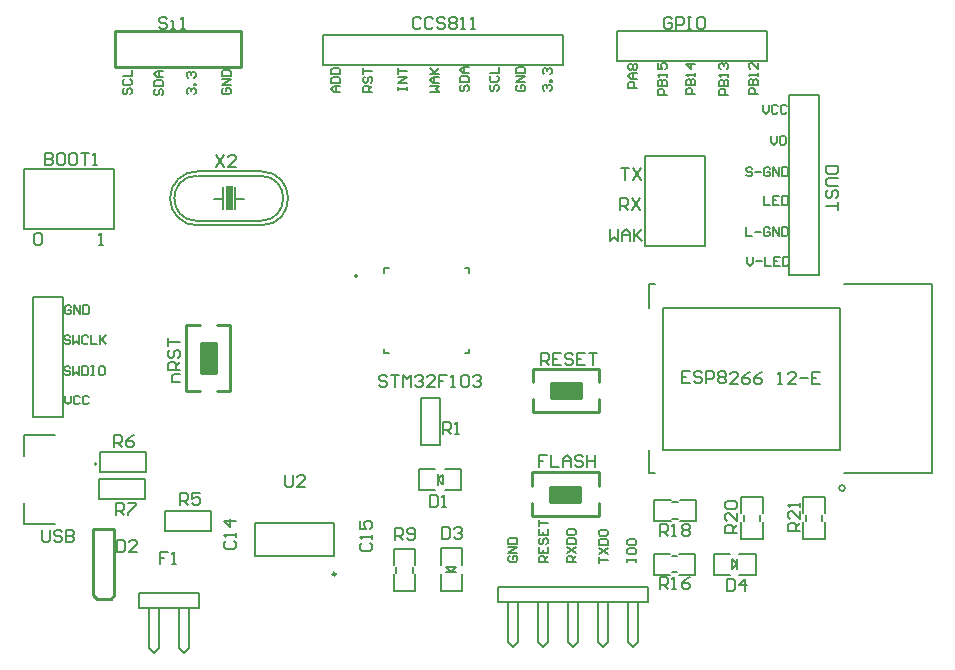
<source format=gto>
G04*
G04 #@! TF.GenerationSoftware,Altium Limited,Altium Designer,18.1.6 (161)*
G04*
G04 Layer_Color=65535*
%FSLAX25Y25*%
%MOIN*%
G70*
G01*
G75*
%ADD10C,0.00787*%
%ADD11C,0.00700*%
%ADD12C,0.00500*%
%ADD13C,0.00984*%
%ADD14C,0.01000*%
%ADD15C,0.00600*%
%ADD16R,0.10000X0.05000*%
%ADD17R,0.05000X0.10000*%
G36*
X71936Y139266D02*
Y131366D01*
X69636D01*
Y139266D01*
X71936D01*
D02*
G37*
D10*
X26579Y46681D02*
G03*
X26579Y46681I-394J0D01*
G01*
X113602Y109350D02*
G03*
X113602Y109350I-591J0D01*
G01*
X269162Y30299D02*
Y35582D01*
X262062D02*
X269162D01*
X262062Y30299D02*
Y35582D01*
Y21802D02*
Y27248D01*
X269162Y21802D02*
Y27248D01*
X262062Y21802D02*
X269162D01*
X248574Y30299D02*
Y35582D01*
X241474D02*
X248574D01*
X241474Y30299D02*
Y35582D01*
Y21802D02*
Y27248D01*
X248574Y21802D02*
Y27248D01*
X241474Y21802D02*
X248574D01*
X141142Y53148D02*
Y68548D01*
X134642D02*
X141142D01*
X134542Y53148D02*
X141142D01*
X134542D02*
Y68548D01*
X49178Y30924D02*
X64578D01*
X49178Y24424D02*
Y30924D01*
X64578Y24324D02*
Y30924D01*
X49178Y24324D02*
X64578D01*
X27282Y41614D02*
X42682D01*
X27282Y35114D02*
Y41614D01*
X42682Y35014D02*
Y41614D01*
X27282Y35014D02*
X42682D01*
X27528Y44004D02*
X42928D01*
Y50604D01*
X27528Y44104D02*
Y50604D01*
X42928D01*
X220948Y27654D02*
X226230D01*
Y34754D01*
X220948D02*
X226230D01*
X212451D02*
X217896D01*
X212451Y27654D02*
X217896D01*
X212451D02*
Y34754D01*
X212372Y16810D02*
X217654D01*
X212372Y9710D02*
Y16810D01*
Y9710D02*
X217654D01*
X220706D02*
X226151D01*
X220706Y16810D02*
X226151D01*
Y9710D02*
Y16810D01*
X246294Y9738D02*
Y16738D01*
X232194Y9738D02*
Y16738D01*
X240802Y9738D02*
X246294D01*
X232194D02*
X237750D01*
X232194Y16738D02*
X237750D01*
X240802D02*
X246294D01*
X209272Y119280D02*
Y138446D01*
Y119280D02*
Y149279D01*
X229272Y119280D02*
Y149279D01*
X209272D02*
X229272D01*
X209272Y119280D02*
X229272D01*
X210295Y630D02*
Y5630D01*
X160295Y630D02*
X210295D01*
X160295D02*
Y5630D01*
X163629Y-12703D02*
Y630D01*
Y-12703D02*
X165295Y-14370D01*
X166962Y-12703D01*
Y630D01*
X173629Y-12703D02*
Y630D01*
Y-12703D02*
X175295Y-14370D01*
X176962Y-12703D01*
Y630D01*
X183629Y-12703D02*
Y630D01*
Y-12703D02*
X185295Y-14370D01*
X186962Y-12703D01*
Y630D01*
X193629Y-12703D02*
Y630D01*
Y-12703D02*
X195295Y-14370D01*
X196962Y-12703D01*
Y630D01*
X203629Y-12703D02*
Y630D01*
Y-12703D02*
X205295Y-14370D01*
X206962Y-12703D01*
Y630D01*
X160295Y5630D02*
X210295D01*
X40610Y-1240D02*
X60610D01*
Y3760D01*
X40610Y-1240D02*
Y3760D01*
X60610D01*
X43944Y-14573D02*
Y-1240D01*
Y-14573D02*
X45610Y-16240D01*
X47277Y-14573D01*
X47277Y-14573D02*
Y-1240D01*
X53944Y-14573D02*
Y-1240D01*
Y-14573D02*
X55610Y-16240D01*
X57277Y-14573D01*
Y-1240D01*
X125637Y4528D02*
X132737D01*
Y9973D01*
X125637Y4528D02*
Y9973D01*
Y13024D02*
Y18307D01*
X132737D01*
Y13024D02*
Y18307D01*
X148185Y4528D02*
Y10020D01*
Y13072D02*
Y18628D01*
X141185Y13072D02*
Y18628D01*
Y4528D02*
Y10020D01*
Y18628D02*
X148185D01*
X141185Y4528D02*
X148185D01*
X133986Y38116D02*
X139479D01*
X142530D02*
X148086D01*
X142530Y45116D02*
X148086D01*
X133986D02*
X139479D01*
X148086Y38116D02*
Y45116D01*
X133986Y38116D02*
Y45116D01*
X5177Y62499D02*
X15177D01*
X5177D02*
Y102499D01*
X15177Y62499D02*
Y102499D01*
X5177D02*
X15177D01*
X79339Y15945D02*
Y26969D01*
X105717Y15945D02*
Y26969D01*
X79339D02*
X105717D01*
X79339Y15945D02*
X105717D01*
X2302Y144998D02*
X32302D01*
Y124997D02*
Y144998D01*
X2302Y124997D02*
X32302D01*
X2302D02*
Y144998D01*
X267412Y109864D02*
Y169864D01*
X257412Y109864D02*
Y169864D01*
Y109864D02*
X267412D01*
X257412Y169864D02*
X267412D01*
X249864Y180890D02*
Y190890D01*
X199864Y180890D02*
X249864D01*
X199864Y190890D02*
X249864D01*
X199864Y180890D02*
Y190890D01*
X102020Y179831D02*
Y189831D01*
X182020D01*
Y179831D02*
Y189831D01*
X102020Y179831D02*
X182020D01*
D11*
X59886Y142766D02*
G03*
X59959Y127766I50J-7500D01*
G01*
X81259D02*
G03*
X81186Y142766I-50J7500D01*
G01*
X60289Y144267D02*
G03*
X60284Y126277I-303J-8995D01*
G01*
X81377Y126266D02*
G03*
X81289Y144266I-59J9000D01*
G01*
X268301Y27808D02*
Y29608D01*
X262901Y27808D02*
Y29608D01*
X247713Y27808D02*
Y29608D01*
X242313Y27808D02*
Y29608D01*
X218457Y28515D02*
X220257D01*
X218457Y33915D02*
X220257D01*
X218345Y15950D02*
X220145D01*
X218345Y10550D02*
X220145D01*
X60089Y127766D02*
X81089D01*
X60189Y142766D02*
X81189D01*
X60284Y126266D02*
X81377D01*
X60289Y144267D02*
X81289D01*
X72786Y131566D02*
Y139066D01*
Y135166D02*
X75786D01*
X68686Y131666D02*
Y139066D01*
X65586Y135166D02*
X68686D01*
X126476Y10534D02*
Y12334D01*
X131876Y10534D02*
Y12334D01*
X201251Y145487D02*
X203917D01*
X202584D01*
Y141489D01*
X205250Y145487D02*
X207915Y141489D01*
Y145487D02*
X205250Y141489D01*
X200880Y131380D02*
Y135379D01*
X202880D01*
X203546Y134713D01*
Y133380D01*
X202880Y132713D01*
X200880D01*
X202213D02*
X203546Y131380D01*
X204879Y135379D02*
X207545Y131380D01*
Y135379D02*
X204879Y131380D01*
X197552Y125146D02*
Y121147D01*
X198885Y122480D01*
X200218Y121147D01*
Y125146D01*
X201551Y121147D02*
Y123813D01*
X202884Y125146D01*
X204217Y123813D01*
Y121147D01*
Y123146D01*
X201551D01*
X205550Y125146D02*
Y121147D01*
Y122480D01*
X208216Y125146D01*
X206216Y123146D01*
X208216Y121147D01*
X27425Y119627D02*
X28758D01*
X28092D01*
Y123626D01*
X27425Y122959D01*
X8413Y120492D02*
X7747Y119826D01*
X6414D01*
X5747Y120492D01*
Y123158D01*
X6414Y123825D01*
X7747D01*
X8413Y123158D01*
Y120492D01*
X174718Y79629D02*
Y83627D01*
X176717D01*
X177383Y82961D01*
Y81628D01*
X176717Y80962D01*
X174718D01*
X176051D02*
X177383Y79629D01*
X181382Y83627D02*
X178716D01*
Y79629D01*
X181382D01*
X178716Y81628D02*
X180049D01*
X185381Y82961D02*
X184714Y83627D01*
X183382D01*
X182715Y82961D01*
Y82294D01*
X183382Y81628D01*
X184714D01*
X185381Y80962D01*
Y80295D01*
X184714Y79629D01*
X183382D01*
X182715Y80295D01*
X189380Y83627D02*
X186714D01*
Y79629D01*
X189380D01*
X186714Y81628D02*
X188047D01*
X190713Y83627D02*
X193378D01*
X192045D01*
Y79629D01*
X125908Y21382D02*
Y25381D01*
X127907D01*
X128574Y24714D01*
Y23381D01*
X127907Y22715D01*
X125908D01*
X127241D02*
X128574Y21382D01*
X129907Y22048D02*
X130573Y21382D01*
X131906D01*
X132572Y22048D01*
Y24714D01*
X131906Y25381D01*
X130573D01*
X129907Y24714D01*
Y24048D01*
X130573Y23381D01*
X132572D01*
X260935Y24501D02*
X256936D01*
Y26500D01*
X257602Y27167D01*
X258935D01*
X259602Y26500D01*
Y24501D01*
Y25834D02*
X260935Y27167D01*
Y31165D02*
Y28499D01*
X258269Y31165D01*
X257602D01*
X256936Y30499D01*
Y29166D01*
X257602Y28499D01*
X260935Y32498D02*
Y33831D01*
Y33165D01*
X256936D01*
X257602Y32498D01*
X240119Y23798D02*
X236120D01*
Y25797D01*
X236787Y26464D01*
X238120D01*
X238786Y25797D01*
Y23798D01*
Y25131D02*
X240119Y26464D01*
Y30463D02*
Y27797D01*
X237453Y30463D01*
X236787D01*
X236120Y29796D01*
Y28463D01*
X236787Y27797D01*
Y31795D02*
X236120Y32462D01*
Y33795D01*
X236787Y34461D01*
X239452D01*
X240119Y33795D01*
Y32462D01*
X239452Y31795D01*
X236787D01*
X214367Y22650D02*
Y26649D01*
X216367D01*
X217033Y25983D01*
Y24650D01*
X216367Y23983D01*
X214367D01*
X215700D02*
X217033Y22650D01*
X218366D02*
X219699D01*
X219033D01*
Y26649D01*
X218366Y25983D01*
X221698D02*
X222365Y26649D01*
X223698D01*
X224364Y25983D01*
Y25316D01*
X223698Y24650D01*
X224364Y23983D01*
Y23317D01*
X223698Y22650D01*
X222365D01*
X221698Y23317D01*
Y23983D01*
X222365Y24650D01*
X221698Y25316D01*
Y25983D01*
X222365Y24650D02*
X223698D01*
X214289Y4879D02*
Y8878D01*
X216288D01*
X216955Y8212D01*
Y6879D01*
X216288Y6212D01*
X214289D01*
X215622D02*
X216955Y4879D01*
X218287D02*
X219620D01*
X218954D01*
Y8878D01*
X218287Y8212D01*
X224286Y8878D02*
X222953Y8212D01*
X221620Y6879D01*
Y5546D01*
X222286Y4879D01*
X223619D01*
X224286Y5546D01*
Y6212D01*
X223619Y6879D01*
X221620D01*
X176585Y49752D02*
X173920D01*
Y47752D01*
X175253D01*
X173920D01*
Y45753D01*
X177918Y49752D02*
Y45753D01*
X180584D01*
X181917D02*
Y48419D01*
X183250Y49752D01*
X184583Y48419D01*
Y45753D01*
Y47752D01*
X181917D01*
X188582Y49085D02*
X187915Y49752D01*
X186582D01*
X185916Y49085D01*
Y48419D01*
X186582Y47752D01*
X187915D01*
X188582Y47086D01*
Y46420D01*
X187915Y45753D01*
X186582D01*
X185916Y46420D01*
X189915Y49752D02*
Y45753D01*
Y47752D01*
X192580D01*
Y49752D01*
Y45753D01*
X236560Y8505D02*
Y4506D01*
X238560D01*
X239226Y5173D01*
Y7839D01*
X238560Y8505D01*
X236560D01*
X242558Y4506D02*
Y8505D01*
X240559Y6506D01*
X243225D01*
X8482Y24801D02*
Y21469D01*
X9149Y20803D01*
X10482D01*
X11148Y21469D01*
Y24801D01*
X15147Y24135D02*
X14480Y24801D01*
X13148D01*
X12481Y24135D01*
Y23469D01*
X13148Y22802D01*
X14480D01*
X15147Y22136D01*
Y21469D01*
X14480Y20803D01*
X13148D01*
X12481Y21469D01*
X16480Y24801D02*
Y20803D01*
X18479D01*
X19146Y21469D01*
Y22136D01*
X18479Y22802D01*
X16480D01*
X18479D01*
X19146Y23469D01*
Y24135D01*
X18479Y24801D01*
X16480D01*
X50248Y17401D02*
X47583D01*
Y15402D01*
X48915D01*
X47583D01*
Y13403D01*
X51581D02*
X52914D01*
X52248D01*
Y17401D01*
X51581Y16735D01*
X141508Y25681D02*
Y21683D01*
X143507D01*
X144174Y22349D01*
Y25015D01*
X143507Y25681D01*
X141508D01*
X145507Y25015D02*
X146173Y25681D01*
X147506D01*
X148172Y25015D01*
Y24349D01*
X147506Y23682D01*
X146839D01*
X147506D01*
X148172Y23016D01*
Y22349D01*
X147506Y21683D01*
X146173D01*
X145507Y22349D01*
X134608Y195195D02*
X133942Y195861D01*
X132609D01*
X131942Y195195D01*
Y192529D01*
X132609Y191863D01*
X133942D01*
X134608Y192529D01*
X138607Y195195D02*
X137941Y195861D01*
X136608D01*
X135941Y195195D01*
Y192529D01*
X136608Y191863D01*
X137941D01*
X138607Y192529D01*
X142606Y195195D02*
X141939Y195861D01*
X140606D01*
X139940Y195195D01*
Y194528D01*
X140606Y193862D01*
X141939D01*
X142606Y193195D01*
Y192529D01*
X141939Y191863D01*
X140606D01*
X139940Y192529D01*
X143939Y195195D02*
X144605Y195861D01*
X145938D01*
X146604Y195195D01*
Y194528D01*
X145938Y193862D01*
X146604Y193195D01*
Y192529D01*
X145938Y191863D01*
X144605D01*
X143939Y192529D01*
Y193195D01*
X144605Y193862D01*
X143939Y194528D01*
Y195195D01*
X144605Y193862D02*
X145938D01*
X147937Y191863D02*
X149270D01*
X148604D01*
Y195861D01*
X147937Y195195D01*
X151270Y191863D02*
X152603D01*
X151936D01*
Y195861D01*
X151270Y195195D01*
X224278Y77599D02*
X221612Y77612D01*
X221592Y73613D01*
X224258Y73600D01*
X221602Y75612D02*
X222935Y75606D01*
X228273Y76912D02*
X227610Y77582D01*
X226277Y77589D01*
X225607Y76925D01*
X225604Y76259D01*
X226267Y75589D01*
X227600Y75583D01*
X228263Y74913D01*
X228260Y74247D01*
X227590Y73584D01*
X226257Y73590D01*
X225594Y74260D01*
X229590Y73574D02*
X229609Y77573D01*
X231609Y77563D01*
X232272Y76893D01*
X232265Y75560D01*
X231595Y74897D01*
X229596Y74907D01*
X233605Y76886D02*
X234274Y77550D01*
X235607Y77543D01*
X236270Y76873D01*
X236267Y76207D01*
X235597Y75544D01*
X236261Y74874D01*
X236257Y74208D01*
X235588Y73545D01*
X234255Y73551D01*
X233592Y74221D01*
X233595Y74887D01*
X234264Y75550D01*
X233601Y76220D01*
X233605Y76886D01*
X234264Y75550D02*
X235597Y75544D01*
X240253Y73522D02*
X237587Y73535D01*
X240266Y76187D01*
X240269Y76854D01*
X239606Y77524D01*
X238273Y77530D01*
X237603Y76867D01*
X244271Y77501D02*
X242935Y76841D01*
X241595Y75515D01*
X241589Y74182D01*
X242252Y73512D01*
X243585Y73506D01*
X244255Y74169D01*
X244258Y74835D01*
X243595Y75505D01*
X241595Y75515D01*
X248270Y77481D02*
X246933Y76822D01*
X245594Y75495D01*
X245587Y74162D01*
X246251Y73492D01*
X247584Y73486D01*
X248253Y74149D01*
X248257Y74816D01*
X247593Y75485D01*
X245594Y75495D01*
X253582Y73457D02*
X254914Y73450D01*
X254248Y73453D01*
X254268Y77452D01*
X253598Y76789D01*
X259580Y73427D02*
X256914Y73440D01*
X259593Y76093D01*
X259596Y76760D01*
X258933Y77429D01*
X257600Y77436D01*
X256930Y76773D01*
X260922Y75420D02*
X263588Y75407D01*
X267596Y77387D02*
X264931Y77400D01*
X264911Y73401D01*
X267577Y73388D01*
X264921Y75401D02*
X266254Y75394D01*
X69591Y21022D02*
X68925Y20356D01*
Y19023D01*
X69591Y18357D01*
X72257D01*
X72924Y19023D01*
Y20356D01*
X72257Y21022D01*
X72924Y22355D02*
Y23688D01*
Y23022D01*
X68925D01*
X69591Y22355D01*
X72924Y27687D02*
X68925D01*
X70924Y25688D01*
Y28353D01*
X115064Y20496D02*
X114398Y19829D01*
Y18496D01*
X115064Y17830D01*
X117730D01*
X118396Y18496D01*
Y19829D01*
X117730Y20496D01*
X118396Y21829D02*
Y23162D01*
Y22495D01*
X114398D01*
X115064Y21829D01*
X114398Y27827D02*
Y25161D01*
X116397D01*
X115731Y26494D01*
Y27160D01*
X116397Y27827D01*
X117730D01*
X118396Y27160D01*
Y25827D01*
X117730Y25161D01*
X137665Y36400D02*
Y32401D01*
X139664D01*
X140331Y33068D01*
Y35733D01*
X139664Y36400D01*
X137665D01*
X141664Y32401D02*
X142996D01*
X142330D01*
Y36400D01*
X141664Y35733D01*
X33429Y21445D02*
Y17446D01*
X35428D01*
X36095Y18113D01*
Y20779D01*
X35428Y21445D01*
X33429D01*
X40093Y17446D02*
X37428D01*
X40093Y20112D01*
Y20779D01*
X39427Y21445D01*
X38094D01*
X37428Y20779D01*
X9401Y150540D02*
Y146541D01*
X11400D01*
X12066Y147207D01*
Y147874D01*
X11400Y148540D01*
X9401D01*
X11400D01*
X12066Y149207D01*
Y149873D01*
X11400Y150540D01*
X9401D01*
X15399D02*
X14066D01*
X13399Y149873D01*
Y147207D01*
X14066Y146541D01*
X15399D01*
X16065Y147207D01*
Y149873D01*
X15399Y150540D01*
X19398D02*
X18065D01*
X17398Y149873D01*
Y147207D01*
X18065Y146541D01*
X19398D01*
X20064Y147207D01*
Y149873D01*
X19398Y150540D01*
X21397D02*
X24063D01*
X22730D01*
Y146541D01*
X25396D02*
X26728D01*
X26062D01*
Y150540D01*
X25396Y149873D01*
X273625Y146198D02*
X269626D01*
Y144198D01*
X270293Y143532D01*
X272959D01*
X273625Y144198D01*
Y146198D01*
Y142199D02*
X270293D01*
X269626Y141533D01*
Y140200D01*
X270293Y139533D01*
X273625D01*
X272959Y135534D02*
X273625Y136201D01*
Y137534D01*
X272959Y138200D01*
X272292D01*
X271626Y137534D01*
Y136201D01*
X270959Y135534D01*
X270293D01*
X269626Y136201D01*
Y137534D01*
X270293Y138200D01*
X273625Y134202D02*
Y131536D01*
Y132869D01*
X269626D01*
X50077Y195195D02*
X49410Y195861D01*
X48077D01*
X47411Y195195D01*
Y194528D01*
X48077Y193862D01*
X49410D01*
X50077Y193195D01*
Y192529D01*
X49410Y191863D01*
X48077D01*
X47411Y192529D01*
X51410Y191863D02*
X52743D01*
X52076D01*
Y194528D01*
X51410D01*
X54742Y191863D02*
X56075D01*
X55408D01*
Y195861D01*
X54742Y195195D01*
X142082Y56631D02*
Y60630D01*
X144081D01*
X144747Y59963D01*
Y58630D01*
X144081Y57964D01*
X142082D01*
X143414D02*
X144747Y56631D01*
X146080D02*
X147413D01*
X146747D01*
Y60630D01*
X146080Y59963D01*
X54254Y33091D02*
Y37089D01*
X56253D01*
X56920Y36423D01*
Y35090D01*
X56253Y34424D01*
X54254D01*
X55587D02*
X56920Y33091D01*
X60919Y37089D02*
X58253D01*
Y35090D01*
X59586Y35756D01*
X60252D01*
X60919Y35090D01*
Y33757D01*
X60252Y33091D01*
X58919D01*
X58253Y33757D01*
X32230Y52333D02*
Y56332D01*
X34230D01*
X34896Y55666D01*
Y54333D01*
X34230Y53666D01*
X32230D01*
X33563D02*
X34896Y52333D01*
X38895Y56332D02*
X37562Y55666D01*
X36229Y54333D01*
Y53000D01*
X36895Y52333D01*
X38228D01*
X38895Y53000D01*
Y53666D01*
X38228Y54333D01*
X36229D01*
X33078Y29567D02*
Y33566D01*
X35077D01*
X35743Y32899D01*
Y31567D01*
X35077Y30900D01*
X33078D01*
X34411D02*
X35743Y29567D01*
X37076Y33566D02*
X39742D01*
Y32899D01*
X37076Y30234D01*
Y29567D01*
X54454Y74123D02*
X51789D01*
Y76122D01*
X52455Y76789D01*
X54454D01*
Y78122D02*
X50456D01*
Y80121D01*
X51122Y80787D01*
X52455D01*
X53121Y80121D01*
Y78122D01*
Y79454D02*
X54454Y80787D01*
X51122Y84786D02*
X50456Y84120D01*
Y82787D01*
X51122Y82120D01*
X51789D01*
X52455Y82787D01*
Y84120D01*
X53121Y84786D01*
X53788D01*
X54454Y84120D01*
Y82787D01*
X53788Y82120D01*
X50456Y86119D02*
Y88785D01*
Y87452D01*
X54454D01*
X123242Y75594D02*
X122576Y76260D01*
X121243D01*
X120577Y75594D01*
Y74927D01*
X121243Y74261D01*
X122576D01*
X123242Y73594D01*
Y72928D01*
X122576Y72262D01*
X121243D01*
X120577Y72928D01*
X124575Y76260D02*
X127241D01*
X125908D01*
Y72262D01*
X128574D02*
Y76260D01*
X129907Y74927D01*
X131240Y76260D01*
Y72262D01*
X132573Y75594D02*
X133239Y76260D01*
X134572D01*
X135239Y75594D01*
Y74927D01*
X134572Y74261D01*
X133906D01*
X134572D01*
X135239Y73594D01*
Y72928D01*
X134572Y72262D01*
X133239D01*
X132573Y72928D01*
X139237Y72262D02*
X136571D01*
X139237Y74927D01*
Y75594D01*
X138571Y76260D01*
X137238D01*
X136571Y75594D01*
X143236Y76260D02*
X140570D01*
Y74261D01*
X141903D01*
X140570D01*
Y72262D01*
X144569D02*
X145902D01*
X145235D01*
Y76260D01*
X144569Y75594D01*
X147901D02*
X148568Y76260D01*
X149900D01*
X150567Y75594D01*
Y72928D01*
X149900Y72262D01*
X148568D01*
X147901Y72928D01*
Y75594D01*
X151900D02*
X152566Y76260D01*
X153899D01*
X154566Y75594D01*
Y74927D01*
X153899Y74261D01*
X153233D01*
X153899D01*
X154566Y73594D01*
Y72928D01*
X153899Y72262D01*
X152566D01*
X151900Y72928D01*
X89192Y43037D02*
X89257Y39705D01*
X89937Y39052D01*
X91269Y39078D01*
X91923Y39758D01*
X91857Y43089D01*
X95934Y39170D02*
X93268Y39117D01*
X95881Y41835D01*
X95868Y42501D01*
X95189Y43154D01*
X93857Y43128D01*
X93203Y42449D01*
X66435Y149800D02*
X69100Y145801D01*
Y149800D02*
X66435Y145801D01*
X73099D02*
X70433D01*
X73099Y148467D01*
Y149133D01*
X72433Y149800D01*
X71100D01*
X70433Y149133D01*
X218249Y195097D02*
X217593Y195753D01*
X216281D01*
X215625Y195097D01*
Y192473D01*
X216281Y191817D01*
X217593D01*
X218249Y192473D01*
Y193785D01*
X216937D01*
X219561Y191817D02*
Y195753D01*
X221528D01*
X222184Y195097D01*
Y193785D01*
X221528Y193129D01*
X219561D01*
X223496Y195753D02*
X224808D01*
X224152D01*
Y191817D01*
X223496D01*
X224808D01*
X228744Y195753D02*
X227432D01*
X226776Y195097D01*
Y192473D01*
X227432Y191817D01*
X228744D01*
X229400Y192473D01*
Y195097D01*
X228744Y195753D01*
D12*
X275984Y38681D02*
G03*
X275984Y38681I-984J0D01*
G01*
X2170Y26800D02*
Y33709D01*
Y49418D02*
Y56327D01*
X12800D01*
X2170Y26800D02*
X12800D01*
X238461Y11688D02*
X240061Y13288D01*
X238411Y11738D02*
X238461Y11688D01*
X238411Y11738D02*
Y14939D01*
X240111Y11638D02*
Y15039D01*
X238461Y14888D02*
X240061Y13288D01*
X144735Y10761D02*
X146335Y12361D01*
X143085Y10711D02*
X146485D01*
X143185Y12411D02*
X146385D01*
X143135Y12361D02*
X143185Y12411D01*
X143135Y12361D02*
X144735Y10761D01*
X274468Y51476D02*
Y98721D01*
X215413D02*
X274468D01*
X215413Y51476D02*
Y98721D01*
Y51476D02*
X274468D01*
X275492Y43602D02*
X305020D01*
Y106595D01*
X275492D02*
X305020D01*
X210531Y43602D02*
X212500D01*
X210531D02*
Y51476D01*
Y106595D02*
X212500D01*
X210531Y98721D02*
Y106595D01*
X140220Y41566D02*
X141820Y39966D01*
X140170Y39816D02*
Y43216D01*
X141870Y39916D02*
Y43116D01*
X141820Y43166D02*
X141870Y43116D01*
X140220Y41566D02*
X141820Y43166D01*
X122461Y111909D02*
X123996D01*
X122461Y110374D02*
Y111909D01*
Y83563D02*
Y85098D01*
Y83563D02*
X123996D01*
X149272D02*
X150807D01*
Y85098D01*
Y110374D02*
Y111909D01*
X149272D02*
X150807D01*
D13*
X106209Y10039D02*
G03*
X106209Y10039I-492J0D01*
G01*
D14*
X171631Y39384D02*
Y43884D01*
Y29284D02*
Y33784D01*
X187731Y34084D02*
Y39084D01*
X177731D02*
X187731D01*
X177731Y34084D02*
Y39084D01*
Y34084D02*
X187731D01*
X171631Y29284D02*
X193831D01*
X171631Y43884D02*
X193831D01*
Y39384D02*
Y43884D01*
Y29284D02*
Y33784D01*
X25469Y2953D02*
Y25053D01*
Y2953D02*
X26569Y1853D01*
X31169D01*
X32269Y2953D02*
Y25053D01*
X31169Y1853D02*
X32269Y2953D01*
X25469Y25053D02*
X32269D01*
X171940Y73998D02*
Y78498D01*
Y63898D02*
Y68398D01*
X188040Y68698D02*
Y73698D01*
X178040D02*
X188040D01*
X178040Y68698D02*
Y73698D01*
Y68698D02*
X188040D01*
X171940Y63898D02*
X194140D01*
X171940Y78498D02*
X194140D01*
Y73998D02*
Y78498D01*
Y63898D02*
Y68398D01*
X74695Y178903D02*
Y190903D01*
X32695Y178903D02*
X74695D01*
X32695Y190903D02*
X74695D01*
X32695Y178903D02*
Y190903D01*
X56480Y70888D02*
X60979D01*
X66580D02*
X71079D01*
Y93088D01*
X56480Y70888D02*
Y93088D01*
X61279Y76988D02*
Y86988D01*
X66280D01*
Y76988D02*
Y86988D01*
X61279Y76988D02*
X66280D01*
X56480Y93088D02*
X60979D01*
X66580D02*
X71079D01*
D15*
X203373Y14104D02*
Y15104D01*
Y14604D01*
X206372D01*
Y14104D01*
Y15104D01*
X203373Y18103D02*
Y17103D01*
X203873Y16603D01*
X205873D01*
X206372Y17103D01*
Y18103D01*
X205873Y18603D01*
X203873D01*
X203373Y18103D01*
X203873Y19602D02*
X203373Y20102D01*
Y21102D01*
X203873Y21602D01*
X205873D01*
X206372Y21102D01*
Y20102D01*
X205873Y19602D01*
X203873D01*
X193827Y13863D02*
Y15862D01*
Y14862D01*
X196826D01*
X193827Y16862D02*
X196826Y18861D01*
X193827D02*
X196826Y16862D01*
X193827Y19861D02*
X196826D01*
Y21360D01*
X196326Y21860D01*
X194326D01*
X193827Y21360D01*
Y19861D01*
X194326Y22860D02*
X193827Y23359D01*
Y24359D01*
X194326Y24859D01*
X196326D01*
X196826Y24359D01*
Y23359D01*
X196326Y22860D01*
X194326D01*
X186312Y13984D02*
X183313D01*
Y15483D01*
X183813Y15983D01*
X184813D01*
X185312Y15483D01*
Y13984D01*
Y14983D02*
X186312Y15983D01*
X183313Y16983D02*
X186312Y18982D01*
X183313D02*
X186312Y16983D01*
X183313Y19982D02*
X186312D01*
Y21481D01*
X185812Y21981D01*
X183813D01*
X183313Y21481D01*
Y19982D01*
X183813Y22980D02*
X183313Y23480D01*
Y24480D01*
X183813Y24980D01*
X185812D01*
X186312Y24480D01*
Y23480D01*
X185812Y22980D01*
X183813D01*
X176887Y13984D02*
X173888D01*
Y15483D01*
X174387Y15983D01*
X175387D01*
X175887Y15483D01*
Y13984D01*
Y14983D02*
X176887Y15983D01*
X173888Y18982D02*
Y16983D01*
X176887D01*
Y18982D01*
X175387Y16983D02*
Y17982D01*
X174387Y21981D02*
X173888Y21481D01*
Y20481D01*
X174387Y19982D01*
X174887D01*
X175387Y20481D01*
Y21481D01*
X175887Y21981D01*
X176387D01*
X176887Y21481D01*
Y20481D01*
X176387Y19982D01*
X173888Y24980D02*
Y22980D01*
X176887D01*
Y24980D01*
X175387Y22980D02*
Y23980D01*
X173888Y25980D02*
Y27979D01*
Y26979D01*
X176887D01*
X164237Y16104D02*
X163737Y15604D01*
Y14604D01*
X164237Y14104D01*
X166236D01*
X166736Y14604D01*
Y15604D01*
X166236Y16104D01*
X165236D01*
Y15104D01*
X166736Y17103D02*
X163737D01*
X166736Y19103D01*
X163737D01*
Y20102D02*
X166736D01*
Y21602D01*
X166236Y22102D01*
X164237D01*
X163737Y21602D01*
Y20102D01*
X18078Y99081D02*
X17578Y99581D01*
X16579D01*
X16079Y99081D01*
Y97082D01*
X16579Y96582D01*
X17578D01*
X18078Y97082D01*
Y98082D01*
X17078D01*
X19078Y96582D02*
Y99581D01*
X21077Y96582D01*
Y99581D01*
X22077D02*
Y96582D01*
X23576D01*
X24076Y97082D01*
Y99081D01*
X23576Y99581D01*
X22077D01*
X206759Y172151D02*
X203760D01*
Y173650D01*
X204259Y174150D01*
X205259D01*
X205759Y173650D01*
Y172151D01*
X206759Y175150D02*
X204759D01*
X203760Y176149D01*
X204759Y177149D01*
X206759D01*
X205259D01*
Y175150D01*
X204259Y178149D02*
X203760Y178649D01*
Y179648D01*
X204259Y180148D01*
X204759D01*
X205259Y179648D01*
X205759Y180148D01*
X206259D01*
X206759Y179648D01*
Y178649D01*
X206259Y178149D01*
X205759D01*
X205259Y178649D01*
X204759Y178149D01*
X204259D01*
X205259Y178649D02*
Y179648D01*
X243190Y115829D02*
Y113829D01*
X244189Y112829D01*
X245189Y113829D01*
Y115829D01*
X246189Y114329D02*
X248188D01*
X249188Y115829D02*
Y112829D01*
X251187D01*
X254186Y115829D02*
X252187D01*
Y112829D01*
X254186D01*
X252187Y114329D02*
X253186D01*
X255186Y115829D02*
Y112829D01*
X256685D01*
X257185Y113329D01*
Y115329D01*
X256685Y115829D01*
X255186D01*
X248510Y166445D02*
Y164446D01*
X249509Y163446D01*
X250509Y164446D01*
Y166445D01*
X253508Y165945D02*
X253008Y166445D01*
X252008D01*
X251508Y165945D01*
Y163946D01*
X252008Y163446D01*
X253008D01*
X253508Y163946D01*
X256507Y165945D02*
X256007Y166445D01*
X255007D01*
X254507Y165945D01*
Y163946D01*
X255007Y163446D01*
X256007D01*
X256507Y163946D01*
X251250Y156128D02*
Y154129D01*
X252249Y153129D01*
X253249Y154129D01*
Y156128D01*
X254249Y155628D02*
X254749Y156128D01*
X255748D01*
X256248Y155628D01*
Y153629D01*
X255748Y153129D01*
X254749D01*
X254249Y153629D01*
Y155628D01*
X245028Y145150D02*
X244528Y145650D01*
X243528D01*
X243028Y145150D01*
Y144650D01*
X243528Y144151D01*
X244528D01*
X245028Y143651D01*
Y143151D01*
X244528Y142651D01*
X243528D01*
X243028Y143151D01*
X246027Y144151D02*
X248027D01*
X251026Y145150D02*
X250526Y145650D01*
X249526D01*
X249026Y145150D01*
Y143151D01*
X249526Y142651D01*
X250526D01*
X251026Y143151D01*
Y144151D01*
X250026D01*
X252025Y142651D02*
Y145650D01*
X254025Y142651D01*
Y145650D01*
X255025D02*
Y142651D01*
X256524D01*
X257024Y143151D01*
Y145150D01*
X256524Y145650D01*
X255025D01*
X248992Y136140D02*
Y133141D01*
X250992D01*
X253991Y136140D02*
X251991D01*
Y133141D01*
X253991D01*
X251991Y134641D02*
X252991D01*
X254990Y136140D02*
Y133141D01*
X256490D01*
X256990Y133641D01*
Y135641D01*
X256490Y136140D01*
X254990D01*
X242867Y125661D02*
Y122662D01*
X244867D01*
X245866Y124162D02*
X247866D01*
X250865Y125161D02*
X250365Y125661D01*
X249365D01*
X248865Y125161D01*
Y123162D01*
X249365Y122662D01*
X250365D01*
X250865Y123162D01*
Y124162D01*
X249865D01*
X251864Y122662D02*
Y125661D01*
X253864Y122662D01*
Y125661D01*
X254863D02*
Y122662D01*
X256363D01*
X256863Y123162D01*
Y125161D01*
X256363Y125661D01*
X254863D01*
X15844Y69542D02*
Y67542D01*
X16844Y66543D01*
X17843Y67542D01*
Y69542D01*
X20843Y69042D02*
X20343Y69542D01*
X19343D01*
X18843Y69042D01*
Y67042D01*
X19343Y66543D01*
X20343D01*
X20843Y67042D01*
X23842Y69042D02*
X23342Y69542D01*
X22342D01*
X21842Y69042D01*
Y67042D01*
X22342Y66543D01*
X23342D01*
X23842Y67042D01*
X17765Y78742D02*
X17265Y79242D01*
X16266D01*
X15766Y78742D01*
Y78242D01*
X16266Y77742D01*
X17265D01*
X17765Y77243D01*
Y76743D01*
X17265Y76243D01*
X16266D01*
X15766Y76743D01*
X18765Y79242D02*
Y76243D01*
X19764Y77243D01*
X20764Y76243D01*
Y79242D01*
X21764D02*
Y76243D01*
X23263D01*
X23763Y76743D01*
Y78742D01*
X23263Y79242D01*
X21764D01*
X24763D02*
X25763D01*
X25263D01*
Y76243D01*
X24763D01*
X25763D01*
X28762Y79242D02*
X27762D01*
X27262Y78742D01*
Y76743D01*
X27762Y76243D01*
X28762D01*
X29261Y76743D01*
Y78742D01*
X28762Y79242D01*
X17687Y89068D02*
X17187Y89568D01*
X16187D01*
X15687Y89068D01*
Y88568D01*
X16187Y88068D01*
X17187D01*
X17687Y87569D01*
Y87069D01*
X17187Y86569D01*
X16187D01*
X15687Y87069D01*
X18686Y89568D02*
Y86569D01*
X19686Y87569D01*
X20686Y86569D01*
Y89568D01*
X23685Y89068D02*
X23185Y89568D01*
X22185D01*
X21686Y89068D01*
Y87069D01*
X22185Y86569D01*
X23185D01*
X23685Y87069D01*
X24685Y89568D02*
Y86569D01*
X26684D01*
X27683Y89568D02*
Y86569D01*
Y87569D01*
X29683Y89568D01*
X28183Y88068D01*
X29683Y86569D01*
X35657Y171958D02*
X35157Y171458D01*
Y170458D01*
X35657Y169959D01*
X36157D01*
X36656Y170458D01*
Y171458D01*
X37156Y171958D01*
X37656D01*
X38156Y171458D01*
Y170458D01*
X37656Y169959D01*
X35657Y174957D02*
X35157Y174457D01*
Y173458D01*
X35657Y172958D01*
X37656D01*
X38156Y173458D01*
Y174457D01*
X37656Y174957D01*
X35157Y175957D02*
X38156D01*
Y177956D01*
X46270Y171636D02*
X45770Y171136D01*
Y170136D01*
X46270Y169636D01*
X46769D01*
X47269Y170136D01*
Y171136D01*
X47769Y171636D01*
X48269D01*
X48769Y171136D01*
Y170136D01*
X48269Y169636D01*
X45770Y172635D02*
X48769D01*
Y174135D01*
X48269Y174635D01*
X46270D01*
X45770Y174135D01*
Y172635D01*
X48769Y175634D02*
X46769D01*
X45770Y176634D01*
X46769Y177634D01*
X48769D01*
X47269D01*
Y175634D01*
X57095Y170032D02*
X56595Y170532D01*
Y171532D01*
X57095Y172032D01*
X57595D01*
X58095Y171532D01*
Y171032D01*
Y171532D01*
X58595Y172032D01*
X59095D01*
X59595Y171532D01*
Y170532D01*
X59095Y170032D01*
X59595Y173031D02*
X59095D01*
Y173531D01*
X59595D01*
Y173031D01*
X57095Y175531D02*
X56595Y176030D01*
Y177030D01*
X57095Y177530D01*
X57595D01*
X58095Y177030D01*
Y176530D01*
Y177030D01*
X58595Y177530D01*
X59095D01*
X59595Y177030D01*
Y176030D01*
X59095Y175531D01*
X68713Y172032D02*
X68213Y171532D01*
Y170532D01*
X68713Y170032D01*
X70712D01*
X71212Y170532D01*
Y171532D01*
X70712Y172032D01*
X69713D01*
Y171032D01*
X71212Y173031D02*
X68213D01*
X71212Y175031D01*
X68213D01*
Y176030D02*
X71212D01*
Y177530D01*
X70712Y178030D01*
X68713D01*
X68213Y177530D01*
Y176030D01*
X107723Y170700D02*
X105724D01*
X104724Y171700D01*
X105724Y172700D01*
X107723D01*
X106224D01*
Y170700D01*
X104724Y173699D02*
X107723D01*
Y175199D01*
X107223Y175699D01*
X105224D01*
X104724Y175199D01*
Y173699D01*
Y176699D02*
X107723D01*
Y178198D01*
X107223Y178698D01*
X105224D01*
X104724Y178198D01*
Y176699D01*
X118374Y170845D02*
X115375D01*
Y172345D01*
X115875Y172845D01*
X116875D01*
X117375Y172345D01*
Y170845D01*
Y171845D02*
X118374Y172845D01*
X115875Y175844D02*
X115375Y175344D01*
Y174344D01*
X115875Y173844D01*
X116375D01*
X116875Y174344D01*
Y175344D01*
X117375Y175844D01*
X117875D01*
X118374Y175344D01*
Y174344D01*
X117875Y173844D01*
X115375Y176843D02*
Y178843D01*
Y177843D01*
X118374D01*
X127033Y171276D02*
Y172276D01*
Y171776D01*
X130032D01*
Y171276D01*
Y172276D01*
Y173775D02*
X127033D01*
X130032Y175775D01*
X127033D01*
Y176774D02*
Y178774D01*
Y177774D01*
X130032D01*
X137540Y170700D02*
X140539D01*
X139539Y171700D01*
X140539Y172700D01*
X137540D01*
X140539Y173699D02*
X138539D01*
X137540Y174699D01*
X138539Y175699D01*
X140539D01*
X139039D01*
Y173699D01*
X137540Y176699D02*
X140539D01*
X139539D01*
X137540Y178698D01*
X139039Y177198D01*
X140539Y178698D01*
X148115Y172988D02*
X147615Y172488D01*
Y171488D01*
X148115Y170989D01*
X148614D01*
X149114Y171488D01*
Y172488D01*
X149614Y172988D01*
X150114D01*
X150614Y172488D01*
Y171488D01*
X150114Y170989D01*
X147615Y173988D02*
X150614D01*
Y175487D01*
X150114Y175987D01*
X148115D01*
X147615Y175487D01*
Y173988D01*
X150614Y176987D02*
X148614D01*
X147615Y177986D01*
X148614Y178986D01*
X150614D01*
X149114D01*
Y176987D01*
X158046Y173132D02*
X157546Y172632D01*
Y171632D01*
X158046Y171132D01*
X158545D01*
X159045Y171632D01*
Y172632D01*
X159545Y173132D01*
X160045D01*
X160545Y172632D01*
Y171632D01*
X160045Y171132D01*
X158046Y176131D02*
X157546Y175631D01*
Y174631D01*
X158046Y174131D01*
X160045D01*
X160545Y174631D01*
Y175631D01*
X160045Y176131D01*
X157546Y177130D02*
X160545D01*
Y179130D01*
X166825Y172987D02*
X166325Y172488D01*
Y171488D01*
X166825Y170988D01*
X168825D01*
X169324Y171488D01*
Y172488D01*
X168825Y172987D01*
X167825D01*
Y171988D01*
X169324Y173987D02*
X166325D01*
X169324Y175987D01*
X166325D01*
Y176986D02*
X169324D01*
Y178486D01*
X168825Y178986D01*
X166825D01*
X166325Y178486D01*
Y176986D01*
X175749Y171132D02*
X175249Y171632D01*
Y172632D01*
X175749Y173132D01*
X176249D01*
X176749Y172632D01*
Y172132D01*
Y172632D01*
X177248Y173132D01*
X177748D01*
X178248Y172632D01*
Y171632D01*
X177748Y171132D01*
X178248Y174131D02*
X177748D01*
Y174631D01*
X178248D01*
Y174131D01*
X175749Y176630D02*
X175249Y177130D01*
Y178130D01*
X175749Y178630D01*
X176249D01*
X176749Y178130D01*
Y177630D01*
Y178130D01*
X177248Y178630D01*
X177748D01*
X178248Y178130D01*
Y177130D01*
X177748Y176630D01*
X216592Y169733D02*
X213593D01*
Y171232D01*
X214092Y171732D01*
X215092D01*
X215592Y171232D01*
Y169733D01*
X213593Y172732D02*
X216592D01*
Y174231D01*
X216092Y174731D01*
X215592D01*
X215092Y174231D01*
Y172732D01*
Y174231D01*
X214592Y174731D01*
X214092D01*
X213593Y174231D01*
Y172732D01*
X216592Y175731D02*
Y176730D01*
Y176231D01*
X213593D01*
X214092Y175731D01*
X213593Y180229D02*
Y178230D01*
X215092D01*
X214592Y179230D01*
Y179729D01*
X215092Y180229D01*
X216092D01*
X216592Y179729D01*
Y178730D01*
X216092Y178230D01*
X226103Y169894D02*
X223104D01*
Y171393D01*
X223604Y171893D01*
X224603D01*
X225103Y171393D01*
Y169894D01*
X223104Y172893D02*
X226103D01*
Y174392D01*
X225603Y174892D01*
X225103D01*
X224603Y174392D01*
Y172893D01*
Y174392D01*
X224103Y174892D01*
X223604D01*
X223104Y174392D01*
Y172893D01*
X226103Y175892D02*
Y176891D01*
Y176392D01*
X223104D01*
X223604Y175892D01*
X226103Y179891D02*
X223104D01*
X224603Y178391D01*
Y180390D01*
X237064Y169733D02*
X234065D01*
Y171232D01*
X234565Y171732D01*
X235565D01*
X236065Y171232D01*
Y169733D01*
X234065Y172732D02*
X237064D01*
Y174231D01*
X236564Y174731D01*
X236065D01*
X235565Y174231D01*
Y172732D01*
Y174231D01*
X235065Y174731D01*
X234565D01*
X234065Y174231D01*
Y172732D01*
X237064Y175731D02*
Y176730D01*
Y176231D01*
X234065D01*
X234565Y175731D01*
Y178230D02*
X234065Y178730D01*
Y179729D01*
X234565Y180229D01*
X235065D01*
X235565Y179729D01*
Y179230D01*
Y179729D01*
X236065Y180229D01*
X236564D01*
X237064Y179729D01*
Y178730D01*
X236564Y178230D01*
X246898Y169894D02*
X243899D01*
Y171394D01*
X244398Y171893D01*
X245398D01*
X245898Y171394D01*
Y169894D01*
X243899Y172893D02*
X246898D01*
Y174393D01*
X246398Y174892D01*
X245898D01*
X245398Y174393D01*
Y172893D01*
Y174393D01*
X244898Y174892D01*
X244398D01*
X243899Y174393D01*
Y172893D01*
X246898Y175892D02*
Y176892D01*
Y176392D01*
X243899D01*
X244398Y175892D01*
X246898Y180391D02*
Y178391D01*
X244898Y180391D01*
X244398D01*
X243899Y179891D01*
Y178891D01*
X244398Y178391D01*
D16*
X182731Y36584D02*
D03*
X183040Y71198D02*
D03*
D17*
X63779Y81988D02*
D03*
M02*

</source>
